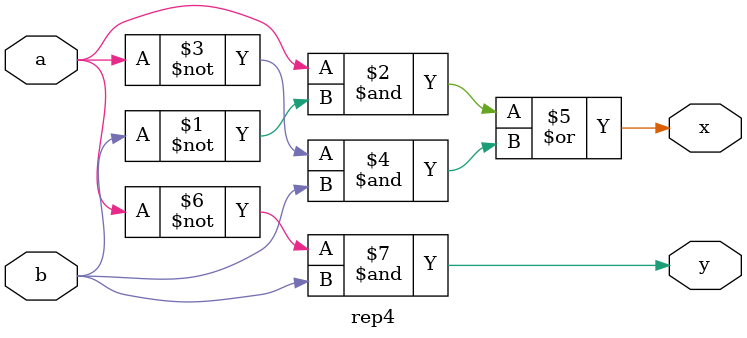
<source format=v>
module rep4(a,b,x,y);
	input a,b;
	output x,y;
	assign x = a&~b|~a&b;
	assign y = ~a&b;
endmodule

</source>
